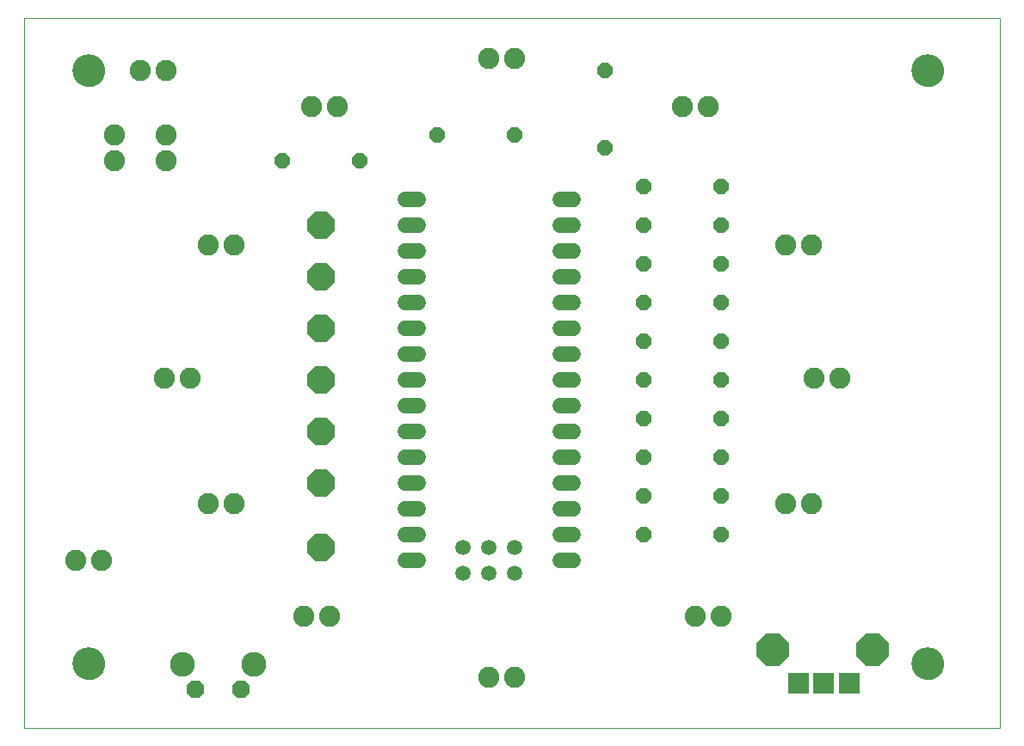
<source format=gts>
G75*
%MOIN*%
%OFA0B0*%
%FSLAX25Y25*%
%IPPOS*%
%LPD*%
%AMOC8*
5,1,8,0,0,1.08239X$1,22.5*
%
%ADD10C,0.00000*%
%ADD11C,0.12611*%
%ADD12C,0.08200*%
%ADD13OC8,0.10800*%
%ADD14OC8,0.06000*%
%ADD15OC8,0.06800*%
%ADD16C,0.09650*%
%ADD17C,0.05950*%
%ADD18C,0.05950*%
%ADD19R,0.08200X0.08200*%
%ADD20OC8,0.12611*%
D10*
X0001000Y0020750D02*
X0001000Y0296341D01*
X0378953Y0296341D01*
X0378953Y0020750D01*
X0001000Y0020750D01*
X0020094Y0045750D02*
X0020096Y0045903D01*
X0020102Y0046057D01*
X0020112Y0046210D01*
X0020126Y0046362D01*
X0020144Y0046515D01*
X0020166Y0046666D01*
X0020191Y0046817D01*
X0020221Y0046968D01*
X0020255Y0047118D01*
X0020292Y0047266D01*
X0020333Y0047414D01*
X0020378Y0047560D01*
X0020427Y0047706D01*
X0020480Y0047850D01*
X0020536Y0047992D01*
X0020596Y0048133D01*
X0020660Y0048273D01*
X0020727Y0048411D01*
X0020798Y0048547D01*
X0020873Y0048681D01*
X0020950Y0048813D01*
X0021032Y0048943D01*
X0021116Y0049071D01*
X0021204Y0049197D01*
X0021295Y0049320D01*
X0021389Y0049441D01*
X0021487Y0049559D01*
X0021587Y0049675D01*
X0021691Y0049788D01*
X0021797Y0049899D01*
X0021906Y0050007D01*
X0022018Y0050112D01*
X0022132Y0050213D01*
X0022250Y0050312D01*
X0022369Y0050408D01*
X0022491Y0050501D01*
X0022616Y0050590D01*
X0022743Y0050677D01*
X0022872Y0050759D01*
X0023003Y0050839D01*
X0023136Y0050915D01*
X0023271Y0050988D01*
X0023408Y0051057D01*
X0023547Y0051122D01*
X0023687Y0051184D01*
X0023829Y0051242D01*
X0023972Y0051297D01*
X0024117Y0051348D01*
X0024263Y0051395D01*
X0024410Y0051438D01*
X0024558Y0051477D01*
X0024707Y0051513D01*
X0024857Y0051544D01*
X0025008Y0051572D01*
X0025159Y0051596D01*
X0025312Y0051616D01*
X0025464Y0051632D01*
X0025617Y0051644D01*
X0025770Y0051652D01*
X0025923Y0051656D01*
X0026077Y0051656D01*
X0026230Y0051652D01*
X0026383Y0051644D01*
X0026536Y0051632D01*
X0026688Y0051616D01*
X0026841Y0051596D01*
X0026992Y0051572D01*
X0027143Y0051544D01*
X0027293Y0051513D01*
X0027442Y0051477D01*
X0027590Y0051438D01*
X0027737Y0051395D01*
X0027883Y0051348D01*
X0028028Y0051297D01*
X0028171Y0051242D01*
X0028313Y0051184D01*
X0028453Y0051122D01*
X0028592Y0051057D01*
X0028729Y0050988D01*
X0028864Y0050915D01*
X0028997Y0050839D01*
X0029128Y0050759D01*
X0029257Y0050677D01*
X0029384Y0050590D01*
X0029509Y0050501D01*
X0029631Y0050408D01*
X0029750Y0050312D01*
X0029868Y0050213D01*
X0029982Y0050112D01*
X0030094Y0050007D01*
X0030203Y0049899D01*
X0030309Y0049788D01*
X0030413Y0049675D01*
X0030513Y0049559D01*
X0030611Y0049441D01*
X0030705Y0049320D01*
X0030796Y0049197D01*
X0030884Y0049071D01*
X0030968Y0048943D01*
X0031050Y0048813D01*
X0031127Y0048681D01*
X0031202Y0048547D01*
X0031273Y0048411D01*
X0031340Y0048273D01*
X0031404Y0048133D01*
X0031464Y0047992D01*
X0031520Y0047850D01*
X0031573Y0047706D01*
X0031622Y0047560D01*
X0031667Y0047414D01*
X0031708Y0047266D01*
X0031745Y0047118D01*
X0031779Y0046968D01*
X0031809Y0046817D01*
X0031834Y0046666D01*
X0031856Y0046515D01*
X0031874Y0046362D01*
X0031888Y0046210D01*
X0031898Y0046057D01*
X0031904Y0045903D01*
X0031906Y0045750D01*
X0031904Y0045597D01*
X0031898Y0045443D01*
X0031888Y0045290D01*
X0031874Y0045138D01*
X0031856Y0044985D01*
X0031834Y0044834D01*
X0031809Y0044683D01*
X0031779Y0044532D01*
X0031745Y0044382D01*
X0031708Y0044234D01*
X0031667Y0044086D01*
X0031622Y0043940D01*
X0031573Y0043794D01*
X0031520Y0043650D01*
X0031464Y0043508D01*
X0031404Y0043367D01*
X0031340Y0043227D01*
X0031273Y0043089D01*
X0031202Y0042953D01*
X0031127Y0042819D01*
X0031050Y0042687D01*
X0030968Y0042557D01*
X0030884Y0042429D01*
X0030796Y0042303D01*
X0030705Y0042180D01*
X0030611Y0042059D01*
X0030513Y0041941D01*
X0030413Y0041825D01*
X0030309Y0041712D01*
X0030203Y0041601D01*
X0030094Y0041493D01*
X0029982Y0041388D01*
X0029868Y0041287D01*
X0029750Y0041188D01*
X0029631Y0041092D01*
X0029509Y0040999D01*
X0029384Y0040910D01*
X0029257Y0040823D01*
X0029128Y0040741D01*
X0028997Y0040661D01*
X0028864Y0040585D01*
X0028729Y0040512D01*
X0028592Y0040443D01*
X0028453Y0040378D01*
X0028313Y0040316D01*
X0028171Y0040258D01*
X0028028Y0040203D01*
X0027883Y0040152D01*
X0027737Y0040105D01*
X0027590Y0040062D01*
X0027442Y0040023D01*
X0027293Y0039987D01*
X0027143Y0039956D01*
X0026992Y0039928D01*
X0026841Y0039904D01*
X0026688Y0039884D01*
X0026536Y0039868D01*
X0026383Y0039856D01*
X0026230Y0039848D01*
X0026077Y0039844D01*
X0025923Y0039844D01*
X0025770Y0039848D01*
X0025617Y0039856D01*
X0025464Y0039868D01*
X0025312Y0039884D01*
X0025159Y0039904D01*
X0025008Y0039928D01*
X0024857Y0039956D01*
X0024707Y0039987D01*
X0024558Y0040023D01*
X0024410Y0040062D01*
X0024263Y0040105D01*
X0024117Y0040152D01*
X0023972Y0040203D01*
X0023829Y0040258D01*
X0023687Y0040316D01*
X0023547Y0040378D01*
X0023408Y0040443D01*
X0023271Y0040512D01*
X0023136Y0040585D01*
X0023003Y0040661D01*
X0022872Y0040741D01*
X0022743Y0040823D01*
X0022616Y0040910D01*
X0022491Y0040999D01*
X0022369Y0041092D01*
X0022250Y0041188D01*
X0022132Y0041287D01*
X0022018Y0041388D01*
X0021906Y0041493D01*
X0021797Y0041601D01*
X0021691Y0041712D01*
X0021587Y0041825D01*
X0021487Y0041941D01*
X0021389Y0042059D01*
X0021295Y0042180D01*
X0021204Y0042303D01*
X0021116Y0042429D01*
X0021032Y0042557D01*
X0020950Y0042687D01*
X0020873Y0042819D01*
X0020798Y0042953D01*
X0020727Y0043089D01*
X0020660Y0043227D01*
X0020596Y0043367D01*
X0020536Y0043508D01*
X0020480Y0043650D01*
X0020427Y0043794D01*
X0020378Y0043940D01*
X0020333Y0044086D01*
X0020292Y0044234D01*
X0020255Y0044382D01*
X0020221Y0044532D01*
X0020191Y0044683D01*
X0020166Y0044834D01*
X0020144Y0044985D01*
X0020126Y0045138D01*
X0020112Y0045290D01*
X0020102Y0045443D01*
X0020096Y0045597D01*
X0020094Y0045750D01*
X0020094Y0275750D02*
X0020096Y0275903D01*
X0020102Y0276057D01*
X0020112Y0276210D01*
X0020126Y0276362D01*
X0020144Y0276515D01*
X0020166Y0276666D01*
X0020191Y0276817D01*
X0020221Y0276968D01*
X0020255Y0277118D01*
X0020292Y0277266D01*
X0020333Y0277414D01*
X0020378Y0277560D01*
X0020427Y0277706D01*
X0020480Y0277850D01*
X0020536Y0277992D01*
X0020596Y0278133D01*
X0020660Y0278273D01*
X0020727Y0278411D01*
X0020798Y0278547D01*
X0020873Y0278681D01*
X0020950Y0278813D01*
X0021032Y0278943D01*
X0021116Y0279071D01*
X0021204Y0279197D01*
X0021295Y0279320D01*
X0021389Y0279441D01*
X0021487Y0279559D01*
X0021587Y0279675D01*
X0021691Y0279788D01*
X0021797Y0279899D01*
X0021906Y0280007D01*
X0022018Y0280112D01*
X0022132Y0280213D01*
X0022250Y0280312D01*
X0022369Y0280408D01*
X0022491Y0280501D01*
X0022616Y0280590D01*
X0022743Y0280677D01*
X0022872Y0280759D01*
X0023003Y0280839D01*
X0023136Y0280915D01*
X0023271Y0280988D01*
X0023408Y0281057D01*
X0023547Y0281122D01*
X0023687Y0281184D01*
X0023829Y0281242D01*
X0023972Y0281297D01*
X0024117Y0281348D01*
X0024263Y0281395D01*
X0024410Y0281438D01*
X0024558Y0281477D01*
X0024707Y0281513D01*
X0024857Y0281544D01*
X0025008Y0281572D01*
X0025159Y0281596D01*
X0025312Y0281616D01*
X0025464Y0281632D01*
X0025617Y0281644D01*
X0025770Y0281652D01*
X0025923Y0281656D01*
X0026077Y0281656D01*
X0026230Y0281652D01*
X0026383Y0281644D01*
X0026536Y0281632D01*
X0026688Y0281616D01*
X0026841Y0281596D01*
X0026992Y0281572D01*
X0027143Y0281544D01*
X0027293Y0281513D01*
X0027442Y0281477D01*
X0027590Y0281438D01*
X0027737Y0281395D01*
X0027883Y0281348D01*
X0028028Y0281297D01*
X0028171Y0281242D01*
X0028313Y0281184D01*
X0028453Y0281122D01*
X0028592Y0281057D01*
X0028729Y0280988D01*
X0028864Y0280915D01*
X0028997Y0280839D01*
X0029128Y0280759D01*
X0029257Y0280677D01*
X0029384Y0280590D01*
X0029509Y0280501D01*
X0029631Y0280408D01*
X0029750Y0280312D01*
X0029868Y0280213D01*
X0029982Y0280112D01*
X0030094Y0280007D01*
X0030203Y0279899D01*
X0030309Y0279788D01*
X0030413Y0279675D01*
X0030513Y0279559D01*
X0030611Y0279441D01*
X0030705Y0279320D01*
X0030796Y0279197D01*
X0030884Y0279071D01*
X0030968Y0278943D01*
X0031050Y0278813D01*
X0031127Y0278681D01*
X0031202Y0278547D01*
X0031273Y0278411D01*
X0031340Y0278273D01*
X0031404Y0278133D01*
X0031464Y0277992D01*
X0031520Y0277850D01*
X0031573Y0277706D01*
X0031622Y0277560D01*
X0031667Y0277414D01*
X0031708Y0277266D01*
X0031745Y0277118D01*
X0031779Y0276968D01*
X0031809Y0276817D01*
X0031834Y0276666D01*
X0031856Y0276515D01*
X0031874Y0276362D01*
X0031888Y0276210D01*
X0031898Y0276057D01*
X0031904Y0275903D01*
X0031906Y0275750D01*
X0031904Y0275597D01*
X0031898Y0275443D01*
X0031888Y0275290D01*
X0031874Y0275138D01*
X0031856Y0274985D01*
X0031834Y0274834D01*
X0031809Y0274683D01*
X0031779Y0274532D01*
X0031745Y0274382D01*
X0031708Y0274234D01*
X0031667Y0274086D01*
X0031622Y0273940D01*
X0031573Y0273794D01*
X0031520Y0273650D01*
X0031464Y0273508D01*
X0031404Y0273367D01*
X0031340Y0273227D01*
X0031273Y0273089D01*
X0031202Y0272953D01*
X0031127Y0272819D01*
X0031050Y0272687D01*
X0030968Y0272557D01*
X0030884Y0272429D01*
X0030796Y0272303D01*
X0030705Y0272180D01*
X0030611Y0272059D01*
X0030513Y0271941D01*
X0030413Y0271825D01*
X0030309Y0271712D01*
X0030203Y0271601D01*
X0030094Y0271493D01*
X0029982Y0271388D01*
X0029868Y0271287D01*
X0029750Y0271188D01*
X0029631Y0271092D01*
X0029509Y0270999D01*
X0029384Y0270910D01*
X0029257Y0270823D01*
X0029128Y0270741D01*
X0028997Y0270661D01*
X0028864Y0270585D01*
X0028729Y0270512D01*
X0028592Y0270443D01*
X0028453Y0270378D01*
X0028313Y0270316D01*
X0028171Y0270258D01*
X0028028Y0270203D01*
X0027883Y0270152D01*
X0027737Y0270105D01*
X0027590Y0270062D01*
X0027442Y0270023D01*
X0027293Y0269987D01*
X0027143Y0269956D01*
X0026992Y0269928D01*
X0026841Y0269904D01*
X0026688Y0269884D01*
X0026536Y0269868D01*
X0026383Y0269856D01*
X0026230Y0269848D01*
X0026077Y0269844D01*
X0025923Y0269844D01*
X0025770Y0269848D01*
X0025617Y0269856D01*
X0025464Y0269868D01*
X0025312Y0269884D01*
X0025159Y0269904D01*
X0025008Y0269928D01*
X0024857Y0269956D01*
X0024707Y0269987D01*
X0024558Y0270023D01*
X0024410Y0270062D01*
X0024263Y0270105D01*
X0024117Y0270152D01*
X0023972Y0270203D01*
X0023829Y0270258D01*
X0023687Y0270316D01*
X0023547Y0270378D01*
X0023408Y0270443D01*
X0023271Y0270512D01*
X0023136Y0270585D01*
X0023003Y0270661D01*
X0022872Y0270741D01*
X0022743Y0270823D01*
X0022616Y0270910D01*
X0022491Y0270999D01*
X0022369Y0271092D01*
X0022250Y0271188D01*
X0022132Y0271287D01*
X0022018Y0271388D01*
X0021906Y0271493D01*
X0021797Y0271601D01*
X0021691Y0271712D01*
X0021587Y0271825D01*
X0021487Y0271941D01*
X0021389Y0272059D01*
X0021295Y0272180D01*
X0021204Y0272303D01*
X0021116Y0272429D01*
X0021032Y0272557D01*
X0020950Y0272687D01*
X0020873Y0272819D01*
X0020798Y0272953D01*
X0020727Y0273089D01*
X0020660Y0273227D01*
X0020596Y0273367D01*
X0020536Y0273508D01*
X0020480Y0273650D01*
X0020427Y0273794D01*
X0020378Y0273940D01*
X0020333Y0274086D01*
X0020292Y0274234D01*
X0020255Y0274382D01*
X0020221Y0274532D01*
X0020191Y0274683D01*
X0020166Y0274834D01*
X0020144Y0274985D01*
X0020126Y0275138D01*
X0020112Y0275290D01*
X0020102Y0275443D01*
X0020096Y0275597D01*
X0020094Y0275750D01*
X0345094Y0275750D02*
X0345096Y0275903D01*
X0345102Y0276057D01*
X0345112Y0276210D01*
X0345126Y0276362D01*
X0345144Y0276515D01*
X0345166Y0276666D01*
X0345191Y0276817D01*
X0345221Y0276968D01*
X0345255Y0277118D01*
X0345292Y0277266D01*
X0345333Y0277414D01*
X0345378Y0277560D01*
X0345427Y0277706D01*
X0345480Y0277850D01*
X0345536Y0277992D01*
X0345596Y0278133D01*
X0345660Y0278273D01*
X0345727Y0278411D01*
X0345798Y0278547D01*
X0345873Y0278681D01*
X0345950Y0278813D01*
X0346032Y0278943D01*
X0346116Y0279071D01*
X0346204Y0279197D01*
X0346295Y0279320D01*
X0346389Y0279441D01*
X0346487Y0279559D01*
X0346587Y0279675D01*
X0346691Y0279788D01*
X0346797Y0279899D01*
X0346906Y0280007D01*
X0347018Y0280112D01*
X0347132Y0280213D01*
X0347250Y0280312D01*
X0347369Y0280408D01*
X0347491Y0280501D01*
X0347616Y0280590D01*
X0347743Y0280677D01*
X0347872Y0280759D01*
X0348003Y0280839D01*
X0348136Y0280915D01*
X0348271Y0280988D01*
X0348408Y0281057D01*
X0348547Y0281122D01*
X0348687Y0281184D01*
X0348829Y0281242D01*
X0348972Y0281297D01*
X0349117Y0281348D01*
X0349263Y0281395D01*
X0349410Y0281438D01*
X0349558Y0281477D01*
X0349707Y0281513D01*
X0349857Y0281544D01*
X0350008Y0281572D01*
X0350159Y0281596D01*
X0350312Y0281616D01*
X0350464Y0281632D01*
X0350617Y0281644D01*
X0350770Y0281652D01*
X0350923Y0281656D01*
X0351077Y0281656D01*
X0351230Y0281652D01*
X0351383Y0281644D01*
X0351536Y0281632D01*
X0351688Y0281616D01*
X0351841Y0281596D01*
X0351992Y0281572D01*
X0352143Y0281544D01*
X0352293Y0281513D01*
X0352442Y0281477D01*
X0352590Y0281438D01*
X0352737Y0281395D01*
X0352883Y0281348D01*
X0353028Y0281297D01*
X0353171Y0281242D01*
X0353313Y0281184D01*
X0353453Y0281122D01*
X0353592Y0281057D01*
X0353729Y0280988D01*
X0353864Y0280915D01*
X0353997Y0280839D01*
X0354128Y0280759D01*
X0354257Y0280677D01*
X0354384Y0280590D01*
X0354509Y0280501D01*
X0354631Y0280408D01*
X0354750Y0280312D01*
X0354868Y0280213D01*
X0354982Y0280112D01*
X0355094Y0280007D01*
X0355203Y0279899D01*
X0355309Y0279788D01*
X0355413Y0279675D01*
X0355513Y0279559D01*
X0355611Y0279441D01*
X0355705Y0279320D01*
X0355796Y0279197D01*
X0355884Y0279071D01*
X0355968Y0278943D01*
X0356050Y0278813D01*
X0356127Y0278681D01*
X0356202Y0278547D01*
X0356273Y0278411D01*
X0356340Y0278273D01*
X0356404Y0278133D01*
X0356464Y0277992D01*
X0356520Y0277850D01*
X0356573Y0277706D01*
X0356622Y0277560D01*
X0356667Y0277414D01*
X0356708Y0277266D01*
X0356745Y0277118D01*
X0356779Y0276968D01*
X0356809Y0276817D01*
X0356834Y0276666D01*
X0356856Y0276515D01*
X0356874Y0276362D01*
X0356888Y0276210D01*
X0356898Y0276057D01*
X0356904Y0275903D01*
X0356906Y0275750D01*
X0356904Y0275597D01*
X0356898Y0275443D01*
X0356888Y0275290D01*
X0356874Y0275138D01*
X0356856Y0274985D01*
X0356834Y0274834D01*
X0356809Y0274683D01*
X0356779Y0274532D01*
X0356745Y0274382D01*
X0356708Y0274234D01*
X0356667Y0274086D01*
X0356622Y0273940D01*
X0356573Y0273794D01*
X0356520Y0273650D01*
X0356464Y0273508D01*
X0356404Y0273367D01*
X0356340Y0273227D01*
X0356273Y0273089D01*
X0356202Y0272953D01*
X0356127Y0272819D01*
X0356050Y0272687D01*
X0355968Y0272557D01*
X0355884Y0272429D01*
X0355796Y0272303D01*
X0355705Y0272180D01*
X0355611Y0272059D01*
X0355513Y0271941D01*
X0355413Y0271825D01*
X0355309Y0271712D01*
X0355203Y0271601D01*
X0355094Y0271493D01*
X0354982Y0271388D01*
X0354868Y0271287D01*
X0354750Y0271188D01*
X0354631Y0271092D01*
X0354509Y0270999D01*
X0354384Y0270910D01*
X0354257Y0270823D01*
X0354128Y0270741D01*
X0353997Y0270661D01*
X0353864Y0270585D01*
X0353729Y0270512D01*
X0353592Y0270443D01*
X0353453Y0270378D01*
X0353313Y0270316D01*
X0353171Y0270258D01*
X0353028Y0270203D01*
X0352883Y0270152D01*
X0352737Y0270105D01*
X0352590Y0270062D01*
X0352442Y0270023D01*
X0352293Y0269987D01*
X0352143Y0269956D01*
X0351992Y0269928D01*
X0351841Y0269904D01*
X0351688Y0269884D01*
X0351536Y0269868D01*
X0351383Y0269856D01*
X0351230Y0269848D01*
X0351077Y0269844D01*
X0350923Y0269844D01*
X0350770Y0269848D01*
X0350617Y0269856D01*
X0350464Y0269868D01*
X0350312Y0269884D01*
X0350159Y0269904D01*
X0350008Y0269928D01*
X0349857Y0269956D01*
X0349707Y0269987D01*
X0349558Y0270023D01*
X0349410Y0270062D01*
X0349263Y0270105D01*
X0349117Y0270152D01*
X0348972Y0270203D01*
X0348829Y0270258D01*
X0348687Y0270316D01*
X0348547Y0270378D01*
X0348408Y0270443D01*
X0348271Y0270512D01*
X0348136Y0270585D01*
X0348003Y0270661D01*
X0347872Y0270741D01*
X0347743Y0270823D01*
X0347616Y0270910D01*
X0347491Y0270999D01*
X0347369Y0271092D01*
X0347250Y0271188D01*
X0347132Y0271287D01*
X0347018Y0271388D01*
X0346906Y0271493D01*
X0346797Y0271601D01*
X0346691Y0271712D01*
X0346587Y0271825D01*
X0346487Y0271941D01*
X0346389Y0272059D01*
X0346295Y0272180D01*
X0346204Y0272303D01*
X0346116Y0272429D01*
X0346032Y0272557D01*
X0345950Y0272687D01*
X0345873Y0272819D01*
X0345798Y0272953D01*
X0345727Y0273089D01*
X0345660Y0273227D01*
X0345596Y0273367D01*
X0345536Y0273508D01*
X0345480Y0273650D01*
X0345427Y0273794D01*
X0345378Y0273940D01*
X0345333Y0274086D01*
X0345292Y0274234D01*
X0345255Y0274382D01*
X0345221Y0274532D01*
X0345191Y0274683D01*
X0345166Y0274834D01*
X0345144Y0274985D01*
X0345126Y0275138D01*
X0345112Y0275290D01*
X0345102Y0275443D01*
X0345096Y0275597D01*
X0345094Y0275750D01*
X0345094Y0045750D02*
X0345096Y0045903D01*
X0345102Y0046057D01*
X0345112Y0046210D01*
X0345126Y0046362D01*
X0345144Y0046515D01*
X0345166Y0046666D01*
X0345191Y0046817D01*
X0345221Y0046968D01*
X0345255Y0047118D01*
X0345292Y0047266D01*
X0345333Y0047414D01*
X0345378Y0047560D01*
X0345427Y0047706D01*
X0345480Y0047850D01*
X0345536Y0047992D01*
X0345596Y0048133D01*
X0345660Y0048273D01*
X0345727Y0048411D01*
X0345798Y0048547D01*
X0345873Y0048681D01*
X0345950Y0048813D01*
X0346032Y0048943D01*
X0346116Y0049071D01*
X0346204Y0049197D01*
X0346295Y0049320D01*
X0346389Y0049441D01*
X0346487Y0049559D01*
X0346587Y0049675D01*
X0346691Y0049788D01*
X0346797Y0049899D01*
X0346906Y0050007D01*
X0347018Y0050112D01*
X0347132Y0050213D01*
X0347250Y0050312D01*
X0347369Y0050408D01*
X0347491Y0050501D01*
X0347616Y0050590D01*
X0347743Y0050677D01*
X0347872Y0050759D01*
X0348003Y0050839D01*
X0348136Y0050915D01*
X0348271Y0050988D01*
X0348408Y0051057D01*
X0348547Y0051122D01*
X0348687Y0051184D01*
X0348829Y0051242D01*
X0348972Y0051297D01*
X0349117Y0051348D01*
X0349263Y0051395D01*
X0349410Y0051438D01*
X0349558Y0051477D01*
X0349707Y0051513D01*
X0349857Y0051544D01*
X0350008Y0051572D01*
X0350159Y0051596D01*
X0350312Y0051616D01*
X0350464Y0051632D01*
X0350617Y0051644D01*
X0350770Y0051652D01*
X0350923Y0051656D01*
X0351077Y0051656D01*
X0351230Y0051652D01*
X0351383Y0051644D01*
X0351536Y0051632D01*
X0351688Y0051616D01*
X0351841Y0051596D01*
X0351992Y0051572D01*
X0352143Y0051544D01*
X0352293Y0051513D01*
X0352442Y0051477D01*
X0352590Y0051438D01*
X0352737Y0051395D01*
X0352883Y0051348D01*
X0353028Y0051297D01*
X0353171Y0051242D01*
X0353313Y0051184D01*
X0353453Y0051122D01*
X0353592Y0051057D01*
X0353729Y0050988D01*
X0353864Y0050915D01*
X0353997Y0050839D01*
X0354128Y0050759D01*
X0354257Y0050677D01*
X0354384Y0050590D01*
X0354509Y0050501D01*
X0354631Y0050408D01*
X0354750Y0050312D01*
X0354868Y0050213D01*
X0354982Y0050112D01*
X0355094Y0050007D01*
X0355203Y0049899D01*
X0355309Y0049788D01*
X0355413Y0049675D01*
X0355513Y0049559D01*
X0355611Y0049441D01*
X0355705Y0049320D01*
X0355796Y0049197D01*
X0355884Y0049071D01*
X0355968Y0048943D01*
X0356050Y0048813D01*
X0356127Y0048681D01*
X0356202Y0048547D01*
X0356273Y0048411D01*
X0356340Y0048273D01*
X0356404Y0048133D01*
X0356464Y0047992D01*
X0356520Y0047850D01*
X0356573Y0047706D01*
X0356622Y0047560D01*
X0356667Y0047414D01*
X0356708Y0047266D01*
X0356745Y0047118D01*
X0356779Y0046968D01*
X0356809Y0046817D01*
X0356834Y0046666D01*
X0356856Y0046515D01*
X0356874Y0046362D01*
X0356888Y0046210D01*
X0356898Y0046057D01*
X0356904Y0045903D01*
X0356906Y0045750D01*
X0356904Y0045597D01*
X0356898Y0045443D01*
X0356888Y0045290D01*
X0356874Y0045138D01*
X0356856Y0044985D01*
X0356834Y0044834D01*
X0356809Y0044683D01*
X0356779Y0044532D01*
X0356745Y0044382D01*
X0356708Y0044234D01*
X0356667Y0044086D01*
X0356622Y0043940D01*
X0356573Y0043794D01*
X0356520Y0043650D01*
X0356464Y0043508D01*
X0356404Y0043367D01*
X0356340Y0043227D01*
X0356273Y0043089D01*
X0356202Y0042953D01*
X0356127Y0042819D01*
X0356050Y0042687D01*
X0355968Y0042557D01*
X0355884Y0042429D01*
X0355796Y0042303D01*
X0355705Y0042180D01*
X0355611Y0042059D01*
X0355513Y0041941D01*
X0355413Y0041825D01*
X0355309Y0041712D01*
X0355203Y0041601D01*
X0355094Y0041493D01*
X0354982Y0041388D01*
X0354868Y0041287D01*
X0354750Y0041188D01*
X0354631Y0041092D01*
X0354509Y0040999D01*
X0354384Y0040910D01*
X0354257Y0040823D01*
X0354128Y0040741D01*
X0353997Y0040661D01*
X0353864Y0040585D01*
X0353729Y0040512D01*
X0353592Y0040443D01*
X0353453Y0040378D01*
X0353313Y0040316D01*
X0353171Y0040258D01*
X0353028Y0040203D01*
X0352883Y0040152D01*
X0352737Y0040105D01*
X0352590Y0040062D01*
X0352442Y0040023D01*
X0352293Y0039987D01*
X0352143Y0039956D01*
X0351992Y0039928D01*
X0351841Y0039904D01*
X0351688Y0039884D01*
X0351536Y0039868D01*
X0351383Y0039856D01*
X0351230Y0039848D01*
X0351077Y0039844D01*
X0350923Y0039844D01*
X0350770Y0039848D01*
X0350617Y0039856D01*
X0350464Y0039868D01*
X0350312Y0039884D01*
X0350159Y0039904D01*
X0350008Y0039928D01*
X0349857Y0039956D01*
X0349707Y0039987D01*
X0349558Y0040023D01*
X0349410Y0040062D01*
X0349263Y0040105D01*
X0349117Y0040152D01*
X0348972Y0040203D01*
X0348829Y0040258D01*
X0348687Y0040316D01*
X0348547Y0040378D01*
X0348408Y0040443D01*
X0348271Y0040512D01*
X0348136Y0040585D01*
X0348003Y0040661D01*
X0347872Y0040741D01*
X0347743Y0040823D01*
X0347616Y0040910D01*
X0347491Y0040999D01*
X0347369Y0041092D01*
X0347250Y0041188D01*
X0347132Y0041287D01*
X0347018Y0041388D01*
X0346906Y0041493D01*
X0346797Y0041601D01*
X0346691Y0041712D01*
X0346587Y0041825D01*
X0346487Y0041941D01*
X0346389Y0042059D01*
X0346295Y0042180D01*
X0346204Y0042303D01*
X0346116Y0042429D01*
X0346032Y0042557D01*
X0345950Y0042687D01*
X0345873Y0042819D01*
X0345798Y0042953D01*
X0345727Y0043089D01*
X0345660Y0043227D01*
X0345596Y0043367D01*
X0345536Y0043508D01*
X0345480Y0043650D01*
X0345427Y0043794D01*
X0345378Y0043940D01*
X0345333Y0044086D01*
X0345292Y0044234D01*
X0345255Y0044382D01*
X0345221Y0044532D01*
X0345191Y0044683D01*
X0345166Y0044834D01*
X0345144Y0044985D01*
X0345126Y0045138D01*
X0345112Y0045290D01*
X0345102Y0045443D01*
X0345096Y0045597D01*
X0345094Y0045750D01*
D11*
X0351000Y0045750D03*
X0351000Y0275750D03*
X0026000Y0275750D03*
X0026000Y0045750D03*
D12*
X0021000Y0085750D03*
X0031000Y0085750D03*
X0072063Y0107837D03*
X0082063Y0107837D03*
X0109071Y0064136D03*
X0119071Y0064136D03*
X0181039Y0040435D03*
X0191039Y0040435D03*
X0261000Y0064136D03*
X0271000Y0064136D03*
X0296000Y0107837D03*
X0306000Y0107837D03*
X0307024Y0156577D03*
X0317024Y0156577D03*
X0306000Y0208191D03*
X0296000Y0208191D03*
X0266000Y0261892D03*
X0256000Y0261892D03*
X0191039Y0280593D03*
X0181039Y0280593D03*
X0122063Y0261892D03*
X0112063Y0261892D03*
X0056000Y0250750D03*
X0056000Y0240750D03*
X0036000Y0240750D03*
X0036000Y0250750D03*
X0046000Y0275750D03*
X0056000Y0275750D03*
X0072063Y0208191D03*
X0082063Y0208191D03*
X0065055Y0156577D03*
X0055055Y0156577D03*
D13*
X0116000Y0155750D03*
X0116000Y0175750D03*
X0116000Y0195750D03*
X0116000Y0215750D03*
X0116000Y0135750D03*
X0116000Y0115750D03*
X0116000Y0090750D03*
D14*
X0241000Y0095750D03*
X0241000Y0110750D03*
X0241000Y0125750D03*
X0241000Y0140750D03*
X0241000Y0155750D03*
X0241000Y0170750D03*
X0241000Y0185750D03*
X0241000Y0200750D03*
X0241000Y0215750D03*
X0241000Y0230750D03*
X0226000Y0245750D03*
X0191000Y0250750D03*
X0161000Y0250750D03*
X0131000Y0240750D03*
X0101000Y0240750D03*
X0226000Y0275750D03*
X0271000Y0230750D03*
X0271000Y0215750D03*
X0271000Y0200750D03*
X0271000Y0185750D03*
X0271000Y0170750D03*
X0271000Y0155750D03*
X0271000Y0140750D03*
X0271000Y0125750D03*
X0271000Y0110750D03*
X0271000Y0095750D03*
D15*
X0084900Y0035850D03*
X0067100Y0035850D03*
D16*
X0062200Y0045650D03*
X0089800Y0045650D03*
D17*
X0148425Y0085750D02*
X0153575Y0085750D01*
X0153575Y0095750D02*
X0148425Y0095750D01*
X0148425Y0105750D02*
X0153575Y0105750D01*
X0153575Y0115750D02*
X0148425Y0115750D01*
X0148425Y0125750D02*
X0153575Y0125750D01*
X0153575Y0135750D02*
X0148425Y0135750D01*
X0148425Y0145750D02*
X0153575Y0145750D01*
X0153575Y0155750D02*
X0148425Y0155750D01*
X0148425Y0165750D02*
X0153575Y0165750D01*
X0153575Y0175750D02*
X0148425Y0175750D01*
X0148425Y0185750D02*
X0153575Y0185750D01*
X0153575Y0195750D02*
X0148425Y0195750D01*
X0148425Y0205750D02*
X0153575Y0205750D01*
X0153575Y0215750D02*
X0148425Y0215750D01*
X0148425Y0225750D02*
X0153575Y0225750D01*
X0208425Y0225750D02*
X0213575Y0225750D01*
X0213575Y0215750D02*
X0208425Y0215750D01*
X0208425Y0205750D02*
X0213575Y0205750D01*
X0213575Y0195750D02*
X0208425Y0195750D01*
X0208425Y0185750D02*
X0213575Y0185750D01*
X0213575Y0175750D02*
X0208425Y0175750D01*
X0208425Y0165750D02*
X0213575Y0165750D01*
X0213575Y0155750D02*
X0208425Y0155750D01*
X0208425Y0145750D02*
X0213575Y0145750D01*
X0213575Y0135750D02*
X0208425Y0135750D01*
X0208425Y0125750D02*
X0213575Y0125750D01*
X0213575Y0115750D02*
X0208425Y0115750D01*
X0208425Y0105750D02*
X0213575Y0105750D01*
X0213575Y0095750D02*
X0208425Y0095750D01*
X0208425Y0085750D02*
X0213575Y0085750D01*
D18*
X0191000Y0080750D03*
X0191000Y0090750D03*
X0181000Y0090750D03*
X0171000Y0090750D03*
X0171000Y0080750D03*
X0181000Y0080750D03*
D19*
X0300843Y0038309D03*
X0310685Y0038309D03*
X0320528Y0038309D03*
D20*
X0329583Y0051301D03*
X0291000Y0051301D03*
M02*

</source>
